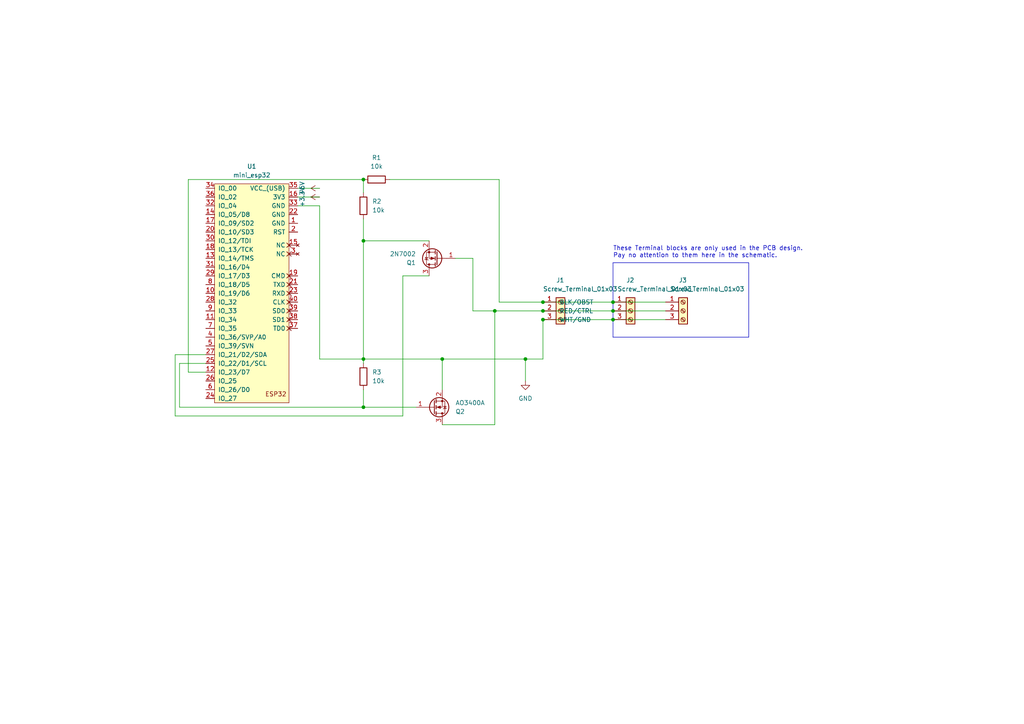
<source format=kicad_sch>
(kicad_sch (version 20230121) (generator eeschema)
  (paper "A4")
  (lib_symbols
    (symbol "Connector:Screw_Terminal_01x03" (pin_names (offset 1.016) hide)
      (property "Reference" "J" (at 0 5.08 0))
      (property "Value" "Screw_Terminal_01x03" (at 0 -5.08 0))
      (symbol "Screw_Terminal_01x03_1_1"
        (rectangle (start -1.27 3.81) (end 1.27 -3.81) (stroke (width 0.254)) (fill (type background)))
        (circle (center 0 -2.54) (radius 0.635) (stroke (width 0.1524)))
        (polyline (pts (xy -0.5334 -2.2098) (xy 0.3302 -3.048)) (stroke (width 0.1524)))
        (polyline (pts (xy -0.5334 0.3302) (xy 0.3302 -0.508)) (stroke (width 0.1524)))
        (polyline (pts (xy -0.5334 2.8702) (xy 0.3302 2.032)) (stroke (width 0.1524)))
        (polyline (pts (xy -0.3556 -2.032) (xy 0.508 -2.8702)) (stroke (width 0.1524)))
        (polyline (pts (xy -0.3556 0.508) (xy 0.508 -0.3302)) (stroke (width 0.1524)))
        (polyline (pts (xy -0.3556 3.048) (xy 0.508 2.2098)) (stroke (width 0.1524)))
        (circle (center 0 0) (radius 0.635) (stroke (width 0.1524)))
        (circle (center 0 2.54) (radius 0.635) (stroke (width 0.1524)))
        (pin passive line (at -5.08 2.54 0) (length 3.81) (name "Pin_1") (number "1"))
        (pin passive line (at -5.08 0 0) (length 3.81) (name "Pin_2") (number "2"))
        (pin passive line (at -5.08 -2.54 0) (length 3.81) (name "Pin_3") (number "3"))
      )
    )
    (symbol "Device:R" (pin_numbers hide) (pin_names (offset 0))
      (property "Reference" "R" (at 2.032 0 90))
      (property "Value" "R" (at 0 0 90))
      (symbol "R_0_1"
        (rectangle (start -1.016 -2.54) (end 1.016 2.54) (stroke (width 0.254)))
      )
      (symbol "R_1_1"
        (pin passive line (at 0 3.81 270) (length 1.27) (name "~") (number "1"))
        (pin passive line (at 0 -3.81 90) (length 1.27) (name "~") (number "2"))
      )
    )
    (symbol "ESP32_mini:mini_esp32" (pin_names (offset 1.016))
      (property "Reference" "U" (at -7.62 -50.8 0))
      (property "Value" "mini_esp32" (at 5.08 -59.69 0))
      (symbol "mini_esp32_0_0"
        (text "ESP32" (at 7.62 -62.23 0) (effects (font (size 1.27 1.27))))
        (pin power_in line (at 13.97 -12.7 180) (length 2.54) (name "GND") (number "1"))
        (pin input line (at 13.97 -15.24 180) (length 2.54) (name "RST") (number "2"))
        (pin no_connect non_logic (at 13.97 -21.59 180) (length 2.54) (name "NC") (number "3"))
        (pin bidirectional line (at -12.7 -45.72 0) (length 2.54) (name "IO_36/SVP/A0") (number "4"))
        (pin bidirectional line (at -12.7 -48.26 0) (length 2.54) (name "IO_39/SVN") (number "5"))
      )
      (symbol "mini_esp32_0_1"
        (rectangle (start -10.16 -1.27) (end 11.43 -64.77) (fill (type background)))
      )
      (symbol "mini_esp32_1_1"
        (pin bidirectional line (at -12.7 -33.02 0) (length 2.54) (name "IO_19/D6") (number "10"))
        (pin bidirectional line (at -12.7 -40.64 0) (length 2.54) (name "IO_34") (number "11"))
        (pin bidirectional line (at -12.7 -55.88 0) (length 2.54) (name "IO_23/D7") (number "12"))
        (pin bidirectional line (at -12.7 -22.86 0) (length 2.54) (name "IO_14/TMS") (number "13"))
        (pin bidirectional line (at -12.7 -10.16 0) (length 2.54) (name "IO_05/D8") (number "14"))
        (pin no_connect non_logic (at 13.97 -19.05 180) (length 2.54) (name "NC") (number "15"))
        (pin power_in line (at 13.97 -5.08 180) (length 2.54) (name "3V3") (number "16"))
        (pin bidirectional line (at -12.7 -12.7 0) (length 2.54) (name "IO_09/SD2") (number "17"))
        (pin bidirectional line (at -12.7 -20.32 0) (length 2.54) (name "IO_13/TCK") (number "18"))
        (pin passive non_logic (at 13.97 -27.94 180) (length 2.54) (name "CMD") (number "19"))
        (pin bidirectional line (at -12.7 -15.24 0) (length 2.54) (name "IO_10/SD3") (number "20"))
        (pin passive non_logic (at 13.97 -30.48 180) (length 2.54) (name "TXD") (number "21"))
        (pin power_in line (at 13.97 -10.16 180) (length 2.54) (name "GND") (number "22"))
        (pin passive non_logic (at 13.97 -33.02 180) (length 2.54) (name "RXD") (number "23"))
        (pin bidirectional line (at -12.7 -63.5 0) (length 2.54) (name "IO_27") (number "24"))
        (pin bidirectional line (at -12.7 -53.34 0) (length 2.54) (name "IO_22/D1/SCL") (number "25"))
        (pin bidirectional line (at -12.7 -58.42 0) (length 2.54) (name "IO_25") (number "26"))
        (pin bidirectional line (at -12.7 -50.8 0) (length 2.54) (name "IO_21/D2/SDA") (number "27"))
        (pin bidirectional line (at -12.7 -35.56 0) (length 2.54) (name "IO_32") (number "28"))
        (pin bidirectional line (at -12.7 -27.94 0) (length 2.54) (name "IO_17/D3") (number "29"))
        (pin bidirectional line (at -12.7 -17.78 0) (length 2.54) (name "IO_12/TDI") (number "30"))
        (pin bidirectional line (at -12.7 -25.4 0) (length 2.54) (name "IO_16/D4") (number "31"))
        (pin bidirectional line (at -12.7 -7.62 0) (length 2.54) (name "IO_04") (number "32"))
        (pin power_in line (at 13.97 -7.62 180) (length 2.54) (name "GND") (number "33"))
        (pin bidirectional line (at -12.7 -2.54 0) (length 2.54) (name "IO_00") (number "34"))
        (pin power_in line (at 13.97 -2.54 180) (length 2.54) (name "VCC_(USB)") (number "35"))
        (pin bidirectional line (at -12.7 -5.08 0) (length 2.54) (name "IO_02") (number "36"))
        (pin passive non_logic (at 13.97 -43.18 180) (length 2.54) (name "TD0") (number "37"))
        (pin passive non_logic (at 13.97 -40.64 180) (length 2.54) (name "SD1") (number "38"))
        (pin passive non_logic (at 13.97 -38.1 180) (length 2.54) (name "SD0") (number "39"))
        (pin passive non_logic (at 13.97 -35.56 180) (length 2.54) (name "CLK") (number "40"))
        (pin bidirectional line (at -12.7 -60.96 0) (length 2.54) (name "IO_26/D0") (number "6"))
        (pin bidirectional line (at -12.7 -43.18 0) (length 2.54) (name "IO_35") (number "7"))
        (pin bidirectional line (at -12.7 -30.48 0) (length 2.54) (name "IO_18/D5") (number "8"))
        (pin bidirectional line (at -12.7 -38.1 0) (length 2.54) (name "IO_33") (number "9"))
      )
    )
    (symbol "Screw_Terminal_01x03_1" (pin_names (offset 1.016))
      (property "Reference" "J1" (at -1.27 8.89 0))
      (property "Value" "Screw_Terminal_01x03" (at -5.08 6.35 0))
      (symbol "Screw_Terminal_01x03_1_1_1"
        (rectangle (start -1.27 3.81) (end 1.27 -3.81) (stroke (width 0.254)) (fill (type background)))
        (circle (center 0 -2.54) (radius 0.635) (stroke (width 0.1524)))
        (polyline (pts (xy -0.5334 -2.2098) (xy 0.3302 -3.048)) (stroke (width 0.1524)))
        (polyline (pts (xy -0.5334 0.3302) (xy 0.3302 -0.508)) (stroke (width 0.1524)))
        (polyline (pts (xy -0.5334 2.8702) (xy 0.3302 2.032)) (stroke (width 0.1524)))
        (polyline (pts (xy -0.3556 -2.032) (xy 0.508 -2.8702)) (stroke (width 0.1524)))
        (polyline (pts (xy -0.3556 0.508) (xy 0.508 -0.3302)) (stroke (width 0.1524)))
        (polyline (pts (xy -0.3556 3.048) (xy 0.508 2.2098)) (stroke (width 0.1524)))
        (circle (center 0 0) (radius 0.635) (stroke (width 0.1524)))
        (circle (center 0 2.54) (radius 0.635) (stroke (width 0.1524)))
        (pin passive line (at -5.08 2.54 0) (length 3.81) (name "BLK/OBST") (number "1"))
        (pin passive line (at -5.08 0 0) (length 3.81) (name "RED/CTRL") (number "2"))
        (pin passive line (at -5.08 -2.54 0) (length 3.81) (name "WHT/GND") (number "3"))
      )
    )
    (symbol "Transistor_FET:2N7002" (pin_names hide)
      (property "Reference" "Q" (at 5.08 1.905 0))
      (property "Value" "2N7002" (at 5.08 0 0))
      (symbol "2N7002_0_1"
        (polyline (pts (xy 0.254 0) (xy -2.54 0)))
        (polyline (pts (xy 0.254 1.905) (xy 0.254 -1.905)) (stroke (width 0.254)))
        (polyline (pts (xy 0.762 -1.27) (xy 0.762 -2.286)) (stroke (width 0.254)))
        (polyline (pts (xy 0.762 0.508) (xy 0.762 -0.508)) (stroke (width 0.254)))
        (polyline (pts (xy 0.762 2.286) (xy 0.762 1.27)) (stroke (width 0.254)))
        (polyline (pts (xy 2.54 2.54) (xy 2.54 1.778)))
        (polyline (pts (xy 2.54 -2.54) (xy 2.54 0) (xy 0.762 0)))
        (polyline (pts (xy 0.762 -1.778) (xy 3.302 -1.778) (xy 3.302 1.778) (xy 0.762 1.778)))
        (polyline (pts (xy 1.016 0) (xy 2.032 0.381) (xy 2.032 -0.381) (xy 1.016 0)) (fill (type outline)))
        (polyline (pts (xy 2.794 0.508) (xy 2.921 0.381) (xy 3.683 0.381) (xy 3.81 0.254)))
        (polyline (pts (xy 3.302 0.381) (xy 2.921 -0.254) (xy 3.683 -0.254) (xy 3.302 0.381)))
        (circle (center 1.651 0) (radius 2.794) (stroke (width 0.254)))
        (circle (center 2.54 -1.778) (radius 0.254) (fill (type outline)))
        (circle (center 2.54 1.778) (radius 0.254) (fill (type outline)))
      )
      (symbol "2N7002_1_1"
        (pin input line (at -5.08 0 0) (length 2.54) (name "G") (number "1"))
        (pin passive line (at 2.54 -5.08 90) (length 2.54) (name "S") (number "2"))
        (pin passive line (at 2.54 5.08 270) (length 2.54) (name "D") (number "3"))
      )
    )
    (symbol "Transistor_FET:AO3400A" (pin_names hide)
      (property "Reference" "Q" (at 5.08 1.905 0))
      (property "Value" "AO3400A" (at 5.08 0 0))
      (symbol "AO3400A_0_1"
        (polyline (pts (xy 0.254 0) (xy -2.54 0)))
        (polyline (pts (xy 0.254 1.905) (xy 0.254 -1.905)) (stroke (width 0.254)))
        (polyline (pts (xy 0.762 -1.27) (xy 0.762 -2.286)) (stroke (width 0.254)))
        (polyline (pts (xy 0.762 0.508) (xy 0.762 -0.508)) (stroke (width 0.254)))
        (polyline (pts (xy 0.762 2.286) (xy 0.762 1.27)) (stroke (width 0.254)))
        (polyline (pts (xy 2.54 2.54) (xy 2.54 1.778)))
        (polyline (pts (xy 2.54 -2.54) (xy 2.54 0) (xy 0.762 0)))
        (polyline (pts (xy 0.762 -1.778) (xy 3.302 -1.778) (xy 3.302 1.778) (xy 0.762 1.778)))
        (polyline (pts (xy 1.016 0) (xy 2.032 0.381) (xy 2.032 -0.381) (xy 1.016 0)) (fill (type outline)))
        (polyline (pts (xy 2.794 0.508) (xy 2.921 0.381) (xy 3.683 0.381) (xy 3.81 0.254)))
        (polyline (pts (xy 3.302 0.381) (xy 2.921 -0.254) (xy 3.683 -0.254) (xy 3.302 0.381)))
        (circle (center 1.651 0) (radius 2.794) (stroke (width 0.254)))
        (circle (center 2.54 -1.778) (radius 0.254) (fill (type outline)))
        (circle (center 2.54 1.778) (radius 0.254) (fill (type outline)))
      )
      (symbol "AO3400A_1_1"
        (pin input line (at -5.08 0 0) (length 2.54) (name "G") (number "1"))
        (pin passive line (at 2.54 -5.08 90) (length 2.54) (name "S") (number "2"))
        (pin passive line (at 2.54 5.08 270) (length 2.54) (name "D") (number "3"))
      )
    )
    (symbol "power:+3.3V" (power) (pin_names (offset 0))
      (property "Value" "+3.3V" (at 0 3.556 0))
      (symbol "+3.3V_0_1"
        (polyline (pts (xy -0.762 1.27) (xy 0 2.54)))
        (polyline (pts (xy 0 0) (xy 0 2.54)))
        (polyline (pts (xy 0 2.54) (xy 0.762 1.27)))
      )
      (symbol "+3.3V_1_1"
        (pin power_in line (at 0 0 90) (length 0) hide (name "+3.3V") (number "1"))
      )
    )
    (symbol "power:+5V" (power) (pin_names (offset 0))
      (property "Value" "+5V" (at 0 3.556 0))
      (symbol "+5V_0_1"
        (polyline (pts (xy -0.762 1.27) (xy 0 2.54)))
        (polyline (pts (xy 0 0) (xy 0 2.54)))
        (polyline (pts (xy 0 2.54) (xy 0.762 1.27)))
      )
      (symbol "+5V_1_1"
        (pin power_in line (at 0 0 90) (length 0) hide (name "+5V") (number "1"))
      )
    )
    (symbol "power:GND" (power) (pin_names (offset 0))
      (property "Value" "GND" (at 0 -3.81 0))
      (symbol "GND_0_1"
        (polyline (pts (xy 0 0) (xy 0 -1.27) (xy 1.27 -1.27) (xy 0 -2.54) (xy -1.27 -1.27) (xy 0 -1.27)))
      )
      (symbol "GND_1_1"
        (pin power_in line (at 0 0 270) (length 0) hide (name "GND") (number "1"))
      )
    )
  )
  (junction (at 105.41 104.14))
  (junction (at 177.8 90.17))
  (junction (at 105.41 118.11))
  (junction (at 157.48 92.71))
  (junction (at 152.4 104.14))
  (junction (at 157.48 87.63))
  (junction (at 177.8 92.71))
  (junction (at 177.8 87.63))
  (junction (at 105.41 69.85))
  (junction (at 128.27 104.14))
  (junction (at 105.41 52.07))
  (junction (at 157.48 90.17))
  (junction (at 143.51 90.17))
  (wire (pts (xy 177.8 92.71) (xy 193.04 92.71)))
  (wire (pts (xy 52.07 118.11) (xy 105.41 118.11)))
  (wire (pts (xy 128.27 123.19) (xy 143.51 123.19)))
  (wire (pts (xy 137.16 90.17) (xy 137.16 74.93)))
  (wire (pts (xy 132.08 74.93) (xy 137.16 74.93)))
  (wire (pts (xy 105.41 104.14) (xy 105.41 105.41)))
  (wire (pts (xy 52.07 105.41) (xy 52.07 118.11)))
  (wire (pts (xy 143.51 90.17) (xy 137.16 90.17)))
  (wire (pts (xy 143.51 90.17) (xy 143.51 123.19)))
  (wire (pts (xy 128.27 104.14) (xy 128.27 113.03)))
  (wire (pts (xy 105.41 104.14) (xy 128.27 104.14)))
  (wire (pts (xy 177.8 90.17) (xy 193.04 90.17)))
  (wire (pts (xy 144.78 52.07) (xy 144.78 87.63)))
  (wire (pts (xy 105.41 63.5) (xy 105.41 69.85)))
  (wire (pts (xy 54.61 52.07) (xy 105.41 52.07)))
  (polyline (pts (xy 177.8 97.79) (xy 217.17 97.79)))
  (wire (pts (xy 59.69 102.87) (xy 50.8 102.87)))
  (wire (pts (xy 116.84 80.01) (xy 124.46 80.01)))
  (wire (pts (xy 86.36 54.61) (xy 92.71 54.61)))
  (wire (pts (xy 152.4 104.14) (xy 152.4 110.49)))
  (wire (pts (xy 116.84 120.65) (xy 116.84 80.01)))
  (wire (pts (xy 157.48 92.71) (xy 157.48 104.14)))
  (polyline (pts (xy 177.8 76.2) (xy 217.17 76.2)))
  (wire (pts (xy 157.48 92.71) (xy 177.8 92.71)))
  (wire (pts (xy 157.48 87.63) (xy 177.8 87.63)))
  (wire (pts (xy 128.27 104.14) (xy 152.4 104.14)))
  (wire (pts (xy 50.8 120.65) (xy 116.84 120.65)))
  (polyline (pts (xy 217.17 97.79) (xy 217.17 76.2)))
  (wire (pts (xy 59.69 105.41) (xy 52.07 105.41)))
  (wire (pts (xy 157.48 90.17) (xy 177.8 90.17)))
  (wire (pts (xy 120.65 118.11) (xy 105.41 118.11)))
  (wire (pts (xy 50.8 102.87) (xy 50.8 120.65)))
  (wire (pts (xy 92.71 104.14) (xy 105.41 104.14)))
  (wire (pts (xy 105.41 69.85) (xy 124.46 69.85)))
  (wire (pts (xy 105.41 113.03) (xy 105.41 118.11)))
  (wire (pts (xy 157.48 104.14) (xy 152.4 104.14)))
  (wire (pts (xy 113.03 52.07) (xy 144.78 52.07)))
  (wire (pts (xy 177.8 87.63) (xy 193.04 87.63)))
  (wire (pts (xy 54.61 107.95) (xy 54.61 52.07)))
  (wire (pts (xy 86.36 57.15) (xy 92.71 57.15)))
  (wire (pts (xy 92.71 59.69) (xy 92.71 104.14)))
  (wire (pts (xy 86.36 59.69) (xy 92.71 59.69)))
  (wire (pts (xy 105.41 69.85) (xy 105.41 104.14)))
  (polyline (pts (xy 177.8 76.2) (xy 177.8 97.79)))
  (wire (pts (xy 144.78 87.63) (xy 157.48 87.63)))
  (wire (pts (xy 157.48 90.17) (xy 143.51 90.17)))
  (wire (pts (xy 54.61 107.95) (xy 59.69 107.95)))
  (wire (pts (xy 105.41 52.07) (xy 105.41 55.88)))
  (text "These Terminal blocks are only used in the PCB design.\nPay no attention to them here in the schematic." (at 177.8 74.93 0) (effects (font (size 1.27 1.27)) (justify left bottom)))
  (symbol (lib_id "power:+5V") (at 92.71 54.61 90) (mirror x) (unit 1)
    (property "Reference" "#PWR03" (effects hide))
    (property "Value" "+5V" (at 87.63 54.61 0))
  )
  (symbol (lib_id "Device:R") (at 105.41 109.22 0) (unit 1)
    (property "Reference" "R3" (at 107.95 107.95 0) (effects (justify left)))
    (property "Value" "10k" (at 107.95 110.49 0) (effects (justify left)))
    (property "Footprint" "Resistor_SMD:R_0805_2012Metric" (effects hide))
  )
  (symbol (lib_id "ESP32_mini:mini_esp32") (at 72.39 52.07 0) (unit 1)
    (property "Reference" "U1" (at 73.025 48.26 0))
    (property "Value" "mini_esp32" (at 73.025 50.8 0))
    (property "Footprint" "ESP32_mini:ESP32_mini" (effects hide))
  )
  (symbol (lib_id "Connector:Screw_Terminal_01x03") (at 182.88 90.17 0) (unit 1)
    (property "Reference" "J2" (at 181.61 81.28 0) (effects (justify left)))
    (property "Value" "Screw_Terminal_01x03" (at 179.07 83.82 0) (effects (justify left)))
    (property "Footprint" "Connector_Phoenix_MC:PhoenixContact_MCV_1,5_3-G-3.5_1x03_P3.50mm_Vertical" (effects hide))
  )
  (symbol (lib_name "Screw_Terminal_01x03_1") (lib_id "Connector:Screw_Terminal_01x03") (at 162.56 90.17 0) (unit 1)
    (property "Reference" "J1" (at 161.29 81.28 0) (effects (justify left)))
    (property "Value" "Screw_Terminal_01x03" (at 157.48 83.82 0) (effects (justify left)))
    (property "Footprint" "TerminalBlock_Phoenix:TerminalBlock_Phoenix_MKDS-1,5-3_1x03_P5.00mm_Horizontal" (effects hide))
  )
  (symbol (lib_id "Device:R") (at 105.41 59.69 0) (unit 1)
    (property "Reference" "R2" (at 107.95 58.42 0) (effects (justify left)))
    (property "Value" "10k" (at 107.95 60.96 0) (effects (justify left)))
    (property "Footprint" "Resistor_SMD:R_0805_2012Metric" (effects hide))
  )
  (symbol (lib_id "power:GND") (at 152.4 110.49 0) (unit 1)
    (property "Reference" "#PWR01" (effects hide))
    (property "Value" "GND" (at 152.4 115.57 0))
  )
  (symbol (lib_id "Transistor_FET:AO3400A") (at 125.73 118.11 0) (mirror x) (unit 1)
    (property "Reference" "Q2" (at 132.08 119.38 0) (effects (justify left)))
    (property "Value" "AO3400A" (at 132.08 116.84 0) (effects (justify left)))
    (property "Footprint" "Package_TO_SOT_SMD:SOT-23" (effects hide))
    (property "Datasheet" "http://www.aosmd.com/pdfs/datasheet/AO3400A.pdf" (effects hide))
  )
  (symbol (lib_id "Connector:Screw_Terminal_01x03") (at 198.12 90.17 0) (unit 1)
    (property "Reference" "J3" (at 196.85 81.28 0) (effects (justify left)))
    (property "Value" "Screw_Terminal_01x03" (at 194.31 83.82 0) (effects (justify left)))
    (property "Footprint" "Connector_PinSocket_2.54mm:PinSocket_1x03_P2.54mm_Vertical" (effects hide))
  )
  (symbol (lib_id "Device:R") (at 109.22 52.07 270) (unit 1)
    (property "Reference" "R1" (at 109.22 45.72 90))
    (property "Value" "10k" (at 109.22 48.26 90))
    (property "Footprint" "Resistor_SMD:R_0805_2012Metric" (effects hide))
  )
  (symbol (lib_id "Transistor_FET:2N7002") (at 127 74.93 180) (unit 1)
    (property "Reference" "Q1" (at 120.65 76.2 0) (effects (justify left)))
    (property "Value" "2N7002" (at 120.65 73.66 0) (effects (justify left)))
    (property "Footprint" "Package_TO_SOT_SMD:SOT-23" (effects hide))
    (property "Datasheet" "https://www.onsemi.com/pub/Collateral/NDS7002A-D.PDF" (effects hide))
  )
  (symbol (lib_id "power:+3.3V") (at 92.71 57.15 90) (mirror x) (unit 1)
    (property "Reference" "#PWR02" (effects hide))
    (property "Value" "+3.3V" (at 87.63 57.15 0))
  )
)
</source>
